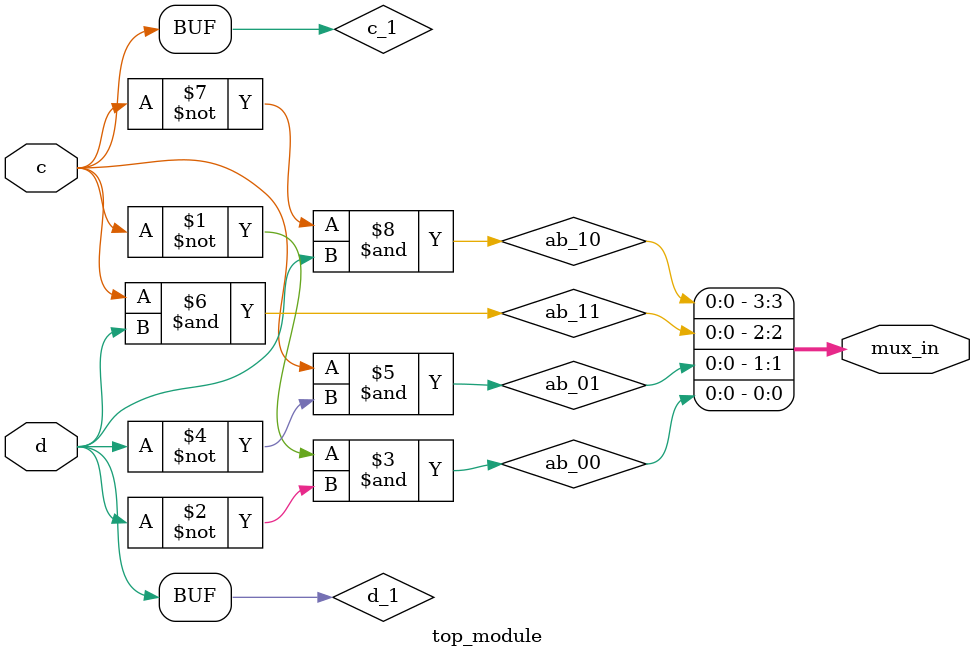
<source format=sv>
module top_module (
    input c,
    input d,
    output [3:0] mux_in
);

    wire ab_00, ab_01, ab_11, ab_10;
    wire c_0, c_1, d_0, d_1;
    
    assign ab_00 = ~c & ~d;
    assign ab_01 = c & ~d;
    assign ab_11 = c & d;
    assign ab_10 = ~c & d;
    
    assign c_0 = ~c;
    assign c_1 = c;
    assign d_0 = ~d;
    assign d_1 = d;
    
    assign mux_in[0] = ab_00;
    assign mux_in[1] = ab_01;
    assign mux_in[2] = ab_11;
    assign mux_in[3] = ab_10;
    
endmodule

</source>
